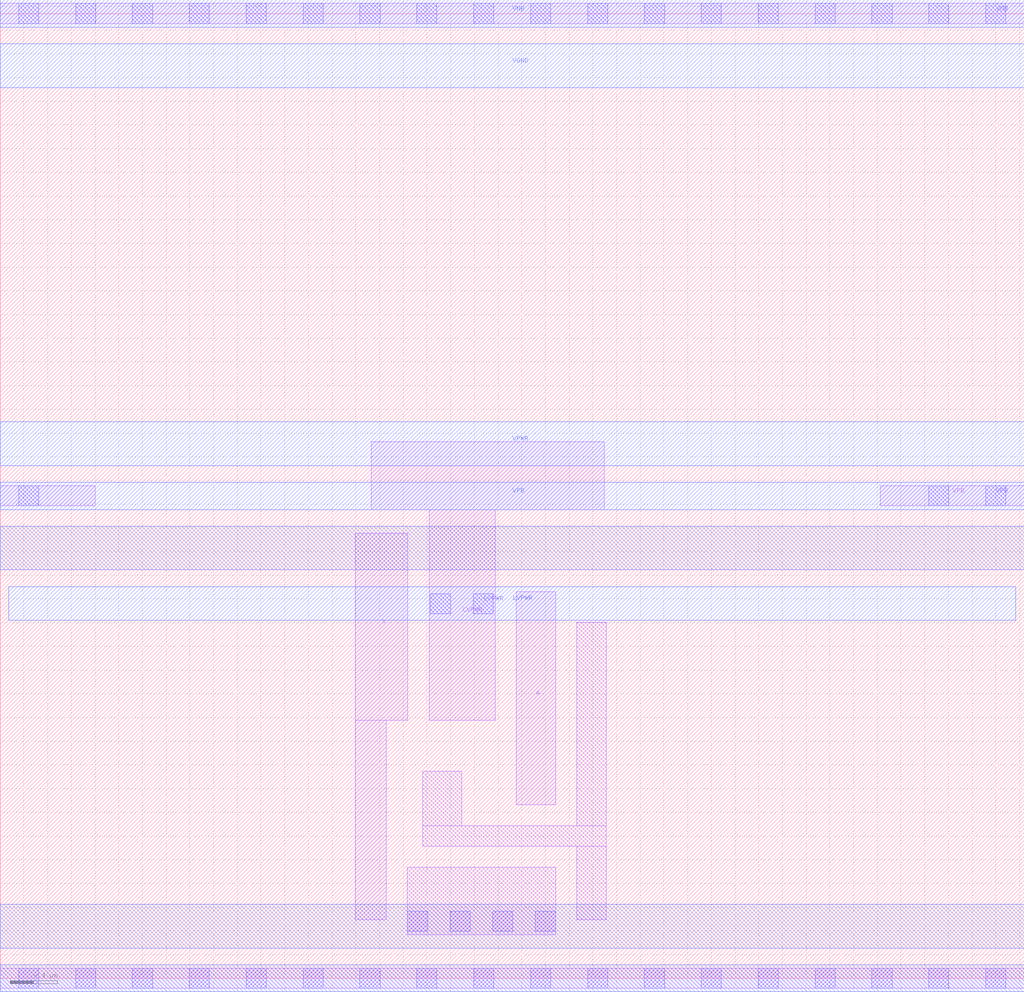
<source format=lef>
# Copyright 2020 The SkyWater PDK Authors
#
# Licensed under the Apache License, Version 2.0 (the "License");
# you may not use this file except in compliance with the License.
# You may obtain a copy of the License at
#
#     https://www.apache.org/licenses/LICENSE-2.0
#
# Unless required by applicable law or agreed to in writing, software
# distributed under the License is distributed on an "AS IS" BASIS,
# WITHOUT WARRANTIES OR CONDITIONS OF ANY KIND, either express or implied.
# See the License for the specific language governing permissions and
# limitations under the License.
#
# SPDX-License-Identifier: Apache-2.0

VERSION 5.7 ;
  NAMESCASESENSITIVE ON ;
  NOWIREEXTENSIONATPIN ON ;
  DIVIDERCHAR "/" ;
  BUSBITCHARS "[]" ;
UNITS
  DATABASE MICRONS 200 ;
END UNITS
MACRO sky130_fd_sc_hvl__lsbufhv2lv_simple_1
  CLASS CORE ;
  SOURCE USER ;
  FOREIGN sky130_fd_sc_hvl__lsbufhv2lv_simple_1 ;
  ORIGIN  0.000000  0.000000 ;
  SIZE  8.640000 BY  8.140000 ;
  SYMMETRY X Y R90 ;
  SITE unithv ;
  PIN A
    ANTENNAGATEAREA  0.585000 ;
    DIRECTION INPUT ;
    USE SIGNAL ;
    PORT
      LAYER li1 ;
        RECT 4.355000 1.465000 4.685000 3.260000 ;
    END
  END A
  PIN X
    ANTENNADIFFAREA  0.626250 ;
    DIRECTION OUTPUT ;
    USE SIGNAL ;
    PORT
      LAYER li1 ;
        RECT 2.995000 0.495000 3.255000 2.175000 ;
        RECT 2.995000 2.175000 3.440000 3.755000 ;
    END
  END X
  PIN LVPWR
    DIRECTION INOUT ;
    USE POWER ;
    PORT
      LAYER li1 ;
        RECT 3.130000 3.955000 5.095000 4.525000 ;
        RECT 3.620000 2.175000 4.175000 3.955000 ;
      LAYER mcon ;
        RECT 3.630000 3.075000 3.800000 3.245000 ;
        RECT 3.990000 3.075000 4.160000 3.245000 ;
      LAYER met1 ;
        RECT 0.070000 3.020000 8.570000 3.305000 ;
    END
  END LVPWR
  PIN VGND
    DIRECTION INOUT ;
    USE GROUND ;
    PORT
      LAYER met1 ;
        RECT 0.000000 7.515000 8.640000 7.885000 ;
    END
  END VGND
  PIN VNB
    DIRECTION INOUT ;
    USE GROUND ;
    PORT
      LAYER li1 ;
        RECT 0.000000 8.055000 8.640000 8.225000 ;
      LAYER mcon ;
        RECT 0.155000 8.055000 0.325000 8.225000 ;
        RECT 0.635000 8.055000 0.805000 8.225000 ;
        RECT 1.115000 8.055000 1.285000 8.225000 ;
        RECT 1.595000 8.055000 1.765000 8.225000 ;
        RECT 2.075000 8.055000 2.245000 8.225000 ;
        RECT 2.555000 8.055000 2.725000 8.225000 ;
        RECT 3.035000 8.055000 3.205000 8.225000 ;
        RECT 3.515000 8.055000 3.685000 8.225000 ;
        RECT 3.995000 8.055000 4.165000 8.225000 ;
        RECT 4.475000 8.055000 4.645000 8.225000 ;
        RECT 4.955000 8.055000 5.125000 8.225000 ;
        RECT 5.435000 8.055000 5.605000 8.225000 ;
        RECT 5.915000 8.055000 6.085000 8.225000 ;
        RECT 6.395000 8.055000 6.565000 8.225000 ;
        RECT 6.875000 8.055000 7.045000 8.225000 ;
        RECT 7.355000 8.055000 7.525000 8.225000 ;
        RECT 7.835000 8.055000 8.005000 8.225000 ;
        RECT 8.315000 8.055000 8.485000 8.225000 ;
      LAYER met1 ;
        RECT 0.000000 8.025000 8.640000 8.255000 ;
    END
  END VNB
  PIN VPB
    DIRECTION INOUT ;
    USE POWER ;
    PORT
      LAYER li1 ;
        RECT 0.000000 3.985000 0.800000 4.155000 ;
        RECT 7.425000 3.985000 8.640000 4.155000 ;
      LAYER mcon ;
        RECT 0.155000 3.985000 0.325000 4.155000 ;
        RECT 7.835000 3.985000 8.005000 4.155000 ;
        RECT 8.315000 3.985000 8.485000 4.155000 ;
      LAYER met1 ;
        RECT 0.000000 3.955000 8.640000 4.185000 ;
    END
  END VPB
  PIN VPWR
    DIRECTION INOUT ;
    USE POWER ;
    PORT
      LAYER met1 ;
        RECT 0.000000 4.325000 8.640000 4.695000 ;
    END
  END VPWR
  OBS
    LAYER li1 ;
      RECT 0.000000 -0.085000 8.640000 0.085000 ;
      RECT 3.435000  0.365000 4.685000 0.935000 ;
      RECT 3.565000  1.115000 5.115000 1.285000 ;
      RECT 3.565000  1.285000 3.895000 1.745000 ;
      RECT 4.865000  0.495000 5.115000 1.115000 ;
      RECT 4.865000  1.285000 5.115000 3.005000 ;
    LAYER mcon ;
      RECT 0.155000 -0.085000 0.325000 0.085000 ;
      RECT 0.635000 -0.085000 0.805000 0.085000 ;
      RECT 1.115000 -0.085000 1.285000 0.085000 ;
      RECT 1.595000 -0.085000 1.765000 0.085000 ;
      RECT 2.075000 -0.085000 2.245000 0.085000 ;
      RECT 2.555000 -0.085000 2.725000 0.085000 ;
      RECT 3.035000 -0.085000 3.205000 0.085000 ;
      RECT 3.435000  0.395000 3.605000 0.565000 ;
      RECT 3.515000 -0.085000 3.685000 0.085000 ;
      RECT 3.795000  0.395000 3.965000 0.565000 ;
      RECT 3.995000 -0.085000 4.165000 0.085000 ;
      RECT 4.155000  0.395000 4.325000 0.565000 ;
      RECT 4.475000 -0.085000 4.645000 0.085000 ;
      RECT 4.515000  0.395000 4.685000 0.565000 ;
      RECT 4.955000 -0.085000 5.125000 0.085000 ;
      RECT 5.435000 -0.085000 5.605000 0.085000 ;
      RECT 5.915000 -0.085000 6.085000 0.085000 ;
      RECT 6.395000 -0.085000 6.565000 0.085000 ;
      RECT 6.875000 -0.085000 7.045000 0.085000 ;
      RECT 7.355000 -0.085000 7.525000 0.085000 ;
      RECT 7.835000 -0.085000 8.005000 0.085000 ;
      RECT 8.315000 -0.085000 8.485000 0.085000 ;
    LAYER met1 ;
      RECT 0.000000 -0.115000 8.640000 0.115000 ;
      RECT 0.000000  0.255000 8.640000 0.625000 ;
      RECT 0.000000  3.445000 8.640000 3.815000 ;
  END
END sky130_fd_sc_hvl__lsbufhv2lv_simple_1

</source>
